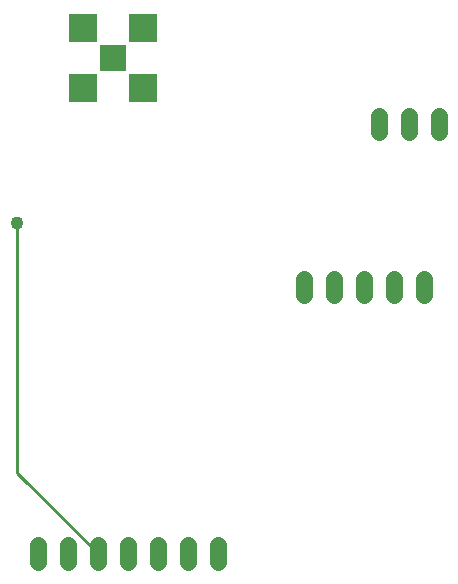
<source format=gbl>
G75*
%MOIN*%
%OFA0B0*%
%FSLAX25Y25*%
%IPPOS*%
%LPD*%
%AMOC8*
5,1,8,0,0,1.08239X$1,22.5*
%
%ADD10R,0.09449X0.09449*%
%ADD11R,0.08858X0.08858*%
%ADD12C,0.05600*%
%ADD13C,0.04356*%
%ADD14C,0.01000*%
D10*
X0528958Y0174267D03*
X0548958Y0174267D03*
X0548958Y0194267D03*
X0528958Y0194267D03*
D11*
X0538958Y0184267D03*
D12*
X0627708Y0165192D02*
X0627708Y0159592D01*
X0637708Y0159592D02*
X0637708Y0165192D01*
X0647708Y0165192D02*
X0647708Y0159592D01*
X0642708Y0110817D02*
X0642708Y0105217D01*
X0632708Y0105217D02*
X0632708Y0110817D01*
X0622708Y0110817D02*
X0622708Y0105217D01*
X0612708Y0105217D02*
X0612708Y0110817D01*
X0602708Y0110817D02*
X0602708Y0105217D01*
X0573958Y0022067D02*
X0573958Y0016467D01*
X0563958Y0016467D02*
X0563958Y0022067D01*
X0553958Y0022067D02*
X0553958Y0016467D01*
X0543958Y0016467D02*
X0543958Y0022067D01*
X0533958Y0022067D02*
X0533958Y0016467D01*
X0523958Y0016467D02*
X0523958Y0022067D01*
X0513958Y0022067D02*
X0513958Y0016467D01*
D13*
X0507083Y0129267D03*
D14*
X0507083Y0046142D02*
X0533958Y0019267D01*
X0507083Y0046142D02*
X0507083Y0129267D01*
M02*

</source>
